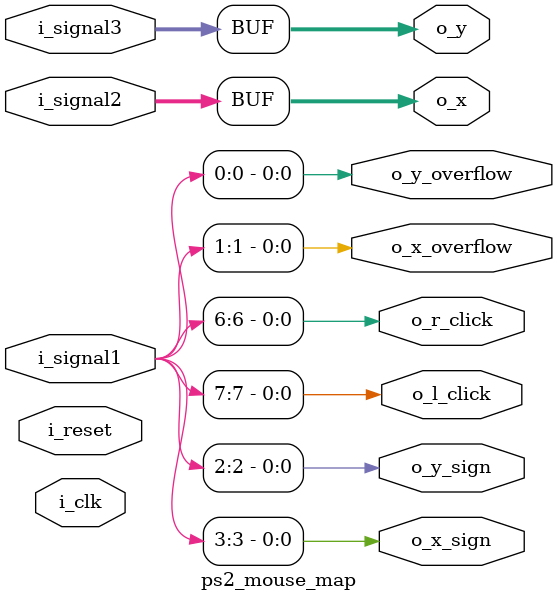
<source format=v>
`timescale 1ns / 1ps

module ps2_mouse_map(
                     input wire        i_clk,
                     input wire        i_reset,
                     input wire [7:0]  i_signal1,
                     input wire [7:0]  i_signal2,
                     input wire [7:0]  i_signal3,
                     output wire [7:0] o_x,
                     output wire [7:0] o_y,
                     output wire       o_x_sign,
                     output wire       o_y_sign,
                     output wire       o_l_click,
                     output wire       o_r_click,
                     output wire       o_x_overflow,
                     output wire       o_y_overflow
                     );
   // This module takes the 8-bit words (after they have been validated) and
   // converts them into cohesive signals that can be operated on. Output names
   // are indicative of the mappings. Note that other signals of importance may
   // not be accounted for here. Namely, the Microsoft Intellimouse type
   // extension for supporting a scroll wheel mouse. This may be added in the
   // future (feel free to open a PR).

   assign o_x = i_signal2;
   assign o_y = i_signal3;
   assign {o_x_overflow, o_y_overflow} = i_signal1[1:0];
   assign {o_x_sign, o_y_sign} = i_signal1[3:2];
   assign {o_l_click, o_r_click} = i_signal1[7:6];
endmodule
</source>
